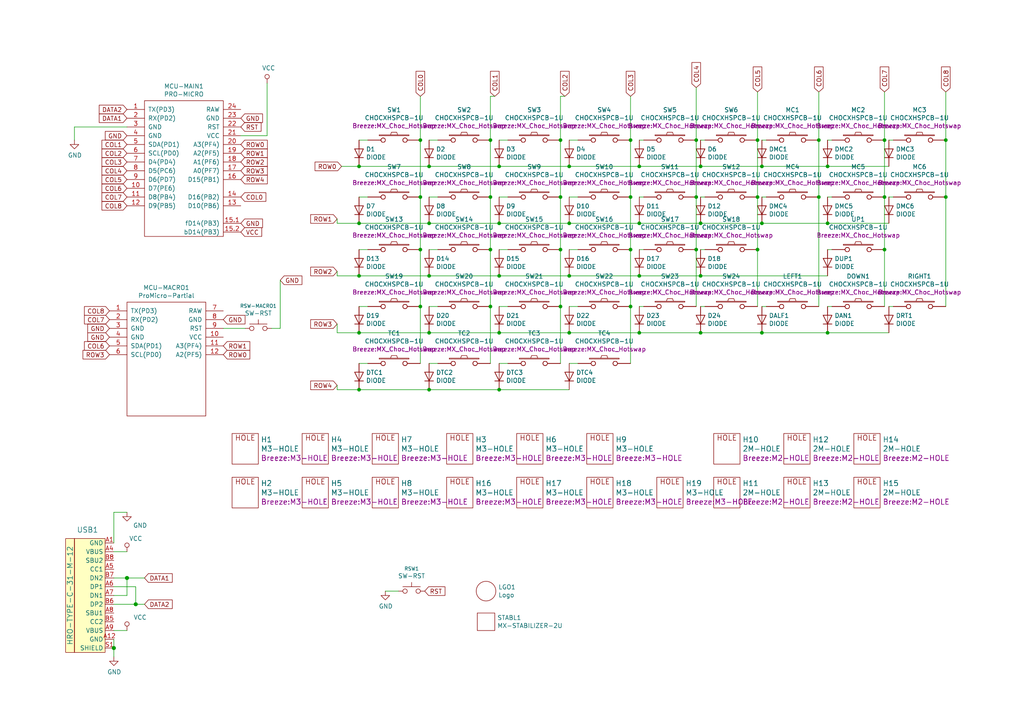
<source format=kicad_sch>
(kicad_sch (version 20230121) (generator eeschema)
  (paper "A4")
  (title_block (title "Breeze") (date "2023-05-21") (rev "Rev1.2") (company "Afternoon Labs LLC"))
  (junction (at 256.54 40.64))
  (junction (at 144.78 113.03))
  (junction (at 256.54 72.39))
  (junction (at 142.24 40.64))
  (junction (at 256.54 57.15))
  (junction (at 219.71 72.39))
  (junction (at 142.24 57.15))
  (junction (at 144.78 96.52))
  (junction (at 240.03 96.52))
  (junction (at 185.42 96.52))
  (junction (at 220.98 48.26))
  (junction (at 144.78 80.01))
  (junction (at 182.88 40.64))
  (junction (at 219.71 40.64))
  (junction (at 36.83 167.64) (diameter 1.016))
  (junction (at 39.37 175.26) (diameter 1.016))
  (junction (at 219.71 57.15))
  (junction (at 165.1 80.01))
  (junction (at 165.1 96.52))
  (junction (at 124.46 113.03))
  (junction (at 274.32 40.64))
  (junction (at 220.98 96.52))
  (junction (at 182.88 88.9))
  (junction (at 121.92 57.15))
  (junction (at 240.03 64.77))
  (junction (at 162.56 72.39))
  (junction (at 201.93 72.39))
  (junction (at 220.98 64.77))
  (junction (at 165.1 64.77))
  (junction (at 142.24 72.39))
  (junction (at 185.42 64.77))
  (junction (at 203.2 80.01))
  (junction (at 124.46 80.01))
  (junction (at 104.14 80.01))
  (junction (at 124.46 96.52))
  (junction (at 203.2 48.26))
  (junction (at 104.14 64.77))
  (junction (at 124.46 64.77))
  (junction (at 165.1 48.26))
  (junction (at 121.92 72.39))
  (junction (at 240.03 48.26))
  (junction (at 203.2 96.52))
  (junction (at 121.92 88.9))
  (junction (at 144.78 64.77))
  (junction (at 182.88 72.39))
  (junction (at 182.88 57.15))
  (junction (at 104.14 48.26))
  (junction (at 203.2 64.77))
  (junction (at 185.42 80.01))
  (junction (at 142.24 88.9))
  (junction (at 33.02 187.96) (diameter 1.016))
  (junction (at 185.42 48.26))
  (junction (at 237.49 40.64))
  (junction (at 144.78 48.26))
  (junction (at 274.32 57.15))
  (junction (at 162.56 88.9))
  (junction (at 104.14 96.52))
  (junction (at 162.56 57.15))
  (junction (at 237.49 57.15))
  (junction (at 201.93 57.15))
  (junction (at 162.56 40.64))
  (junction (at 201.93 40.64))
  (junction (at 124.46 48.26))
  (junction (at 104.14 113.03))
  (junction (at 121.92 40.64))
  (wire (pts (xy 220.98 64.77) (xy 203.2 64.77)))
  (wire (pts (xy 121.92 57.15) (xy 121.92 72.39)))
  (wire (pts (xy 36.83 36.83) (xy 21.59 36.83)))
  (wire (pts (xy 167.64 88.9) (xy 165.1 88.9)))
  (wire (pts (xy 99.06 48.26) (xy 104.14 48.26)))
  (wire (pts (xy 186.69 72.39) (xy 185.42 72.39)))
  (wire (pts (xy 36.83 167.64) (xy 41.91 167.64)))
  (wire (pts (xy 185.42 48.26) (xy 165.1 48.26)))
  (wire (pts (xy 144.78 80.01) (xy 124.46 80.01)))
  (wire (pts (xy 162.56 88.9) (xy 162.56 72.39)))
  (wire (pts (xy 256.54 40.64) (xy 256.54 26.67)))
  (wire (pts (xy 219.71 40.64) (xy 219.71 57.15)))
  (wire (pts (xy 127 57.15) (xy 124.46 57.15)))
  (wire (pts (xy 106.68 72.39) (xy 104.14 72.39)))
  (wire (pts (xy 77.47 24.13) (xy 77.47 39.37)))
  (wire (pts (xy 104.14 64.77) (xy 97.79 64.77)))
  (wire (pts (xy 204.47 88.9) (xy 203.2 88.9)))
  (wire (pts (xy 165.1 113.03) (xy 144.78 113.03)))
  (wire (pts (xy 33.02 170.18) (xy 39.37 170.18)))
  (wire (pts (xy 33.02 172.72) (xy 36.83 172.72)))
  (wire (pts (xy 121.92 40.64) (xy 121.92 27.94)))
  (wire (pts (xy 147.32 105.41) (xy 144.78 105.41)))
  (wire (pts (xy 162.56 40.64) (xy 162.56 57.15)))
  (wire (pts (xy 259.08 40.64) (xy 257.81 40.64)))
  (wire (pts (xy 147.32 57.15) (xy 144.78 57.15)))
  (wire (pts (xy 147.32 40.64) (xy 144.78 40.64)))
  (wire (pts (xy 185.42 96.52) (xy 165.1 96.52)))
  (wire (pts (xy 257.81 64.77) (xy 240.03 64.77)))
  (wire (pts (xy 222.25 88.9) (xy 220.98 88.9)))
  (wire (pts (xy 259.08 88.9) (xy 257.81 88.9)))
  (wire (pts (xy 36.83 172.72) (xy 36.83 167.64)))
  (wire (pts (xy 256.54 72.39) (xy 256.54 88.9)))
  (wire (pts (xy 182.88 40.64) (xy 182.88 57.15)))
  (wire (pts (xy 203.2 64.77) (xy 185.42 64.77)))
  (wire (pts (xy 106.68 57.15) (xy 104.14 57.15)))
  (wire (pts (xy 121.92 88.9) (xy 121.92 105.41)))
  (wire (pts (xy 121.92 40.64) (xy 121.92 57.15)))
  (wire (pts (xy 39.37 175.26) (xy 41.91 175.26)))
  (wire (pts (xy 104.14 96.52) (xy 97.79 96.52)))
  (wire (pts (xy 167.64 40.64) (xy 165.1 40.64)))
  (wire (pts (xy 203.2 96.52) (xy 185.42 96.52)))
  (wire (pts (xy 204.47 72.39) (xy 203.2 72.39)))
  (wire (pts (xy 33.02 185.42) (xy 33.02 187.96)))
  (wire (pts (xy 64.77 95.25) (xy 71.12 95.25)))
  (wire (pts (xy 142.24 57.15) (xy 142.24 40.64)))
  (wire (pts (xy 124.46 80.01) (xy 104.14 80.01)))
  (wire (pts (xy 165.1 96.52) (xy 144.78 96.52)))
  (wire (pts (xy 33.02 187.96) (xy 33.02 190.5)))
  (wire (pts (xy 124.46 96.52) (xy 104.14 96.52)))
  (wire (pts (xy 165.1 72.39) (xy 167.64 72.39)))
  (wire (pts (xy 203.2 80.01) (xy 185.42 80.01)))
  (wire (pts (xy 185.42 80.01) (xy 165.1 80.01)))
  (wire (pts (xy 127 40.64) (xy 124.46 40.64)))
  (wire (pts (xy 106.68 88.9) (xy 104.14 88.9)))
  (wire (pts (xy 257.81 48.26) (xy 240.03 48.26)))
  (wire (pts (xy 81.28 95.25) (xy 78.74 95.25)))
  (wire (pts (xy 165.1 80.01) (xy 144.78 80.01)))
  (wire (pts (xy 219.71 57.15) (xy 219.71 72.39)))
  (wire (pts (xy 220.98 48.26) (xy 203.2 48.26)))
  (wire (pts (xy 144.78 48.26) (xy 124.46 48.26)))
  (wire (pts (xy 142.24 105.41) (xy 142.24 88.9)))
  (wire (pts (xy 203.2 96.52) (xy 220.98 96.52)))
  (wire (pts (xy 142.24 88.9) (xy 142.24 72.39)))
  (wire (pts (xy 162.56 57.15) (xy 162.56 72.39)))
  (wire (pts (xy 222.25 40.64) (xy 220.98 40.64)))
  (wire (pts (xy 201.93 88.9) (xy 201.93 72.39)))
  (wire (pts (xy 124.46 88.9) (xy 127 88.9)))
  (wire (pts (xy 167.64 105.41) (xy 165.1 105.41)))
  (wire (pts (xy 256.54 40.64) (xy 256.54 57.15)))
  (wire (pts (xy 257.81 96.52) (xy 240.03 96.52)))
  (wire (pts (xy 21.59 36.83) (xy 21.59 40.64)))
  (wire (pts (xy 237.49 40.64) (xy 237.49 26.67)))
  (wire (pts (xy 182.88 40.64) (xy 182.88 27.94)))
  (wire (pts (xy 162.56 40.64) (xy 162.56 27.94)))
  (wire (pts (xy 147.32 72.39) (xy 144.78 72.39)))
  (wire (pts (xy 104.14 64.77) (xy 124.46 64.77)))
  (wire (pts (xy 241.3 88.9) (xy 240.03 88.9)))
  (wire (pts (xy 237.49 40.64) (xy 237.49 57.15)))
  (wire (pts (xy 241.3 40.64) (xy 240.03 40.64)))
  (wire (pts (xy 33.02 160.02) (xy 36.83 160.02)))
  (wire (pts (xy 97.79 113.03) (xy 97.79 111.76)))
  (wire (pts (xy 142.24 72.39) (xy 142.24 57.15)))
  (wire (pts (xy 97.79 96.52) (xy 97.79 93.98)))
  (wire (pts (xy 185.42 88.9) (xy 186.69 88.9)))
  (wire (pts (xy 165.1 48.26) (xy 144.78 48.26)))
  (wire (pts (xy 186.69 40.64) (xy 185.42 40.64)))
  (wire (pts (xy 97.79 80.01) (xy 97.79 78.74)))
  (wire (pts (xy 97.79 64.77) (xy 97.79 63.5)))
  (wire (pts (xy 274.32 40.64) (xy 274.32 57.15)))
  (wire (pts (xy 162.56 105.41) (xy 162.56 88.9)))
  (wire (pts (xy 33.02 148.59) (xy 36.83 148.59)))
  (wire (pts (xy 203.2 48.26) (xy 185.42 48.26)))
  (wire (pts (xy 240.03 96.52) (xy 220.98 96.52)))
  (wire (pts (xy 124.46 113.03) (xy 144.78 113.03)))
  (wire (pts (xy 144.78 88.9) (xy 147.32 88.9)))
  (wire (pts (xy 201.93 40.64) (xy 201.93 25.4)))
  (wire (pts (xy 33.02 175.26) (xy 39.37 175.26)))
  (wire (pts (xy 182.88 57.15) (xy 182.88 72.39)))
  (wire (pts (xy 127 72.39) (xy 124.46 72.39)))
  (wire (pts (xy 201.93 57.15) (xy 201.93 72.39)))
  (wire (pts (xy 219.71 40.64) (xy 219.71 26.67)))
  (wire (pts (xy 69.85 39.37) (xy 77.47 39.37)))
  (wire (pts (xy 104.14 48.26) (xy 124.46 48.26)))
  (wire (pts (xy 241.3 72.39) (xy 240.03 72.39)))
  (wire (pts (xy 257.81 57.15) (xy 259.08 57.15)))
  (wire (pts (xy 127 105.41) (xy 124.46 105.41)))
  (wire (pts (xy 185.42 64.77) (xy 165.1 64.77)))
  (wire (pts (xy 201.93 57.15) (xy 201.93 40.64)))
  (wire (pts (xy 104.14 80.01) (xy 97.79 80.01)))
  (wire (pts (xy 220.98 57.15) (xy 222.25 57.15)))
  (wire (pts (xy 204.47 40.64) (xy 203.2 40.64)))
  (wire (pts (xy 144.78 96.52) (xy 124.46 96.52)))
  (wire (pts (xy 104.14 113.03) (xy 124.46 113.03)))
  (wire (pts (xy 186.69 57.15) (xy 185.42 57.15)))
  (wire (pts (xy 167.64 57.15) (xy 165.1 57.15)))
  (wire (pts (xy 142.24 27.94) (xy 143.51 27.94)))
  (wire (pts (xy 203.2 57.15) (xy 204.47 57.15)))
  (wire (pts (xy 121.92 72.39) (xy 121.92 88.9)))
  (wire (pts (xy 182.88 88.9) (xy 182.88 72.39)))
  (wire (pts (xy 162.56 27.94) (xy 163.83 27.94)))
  (wire (pts (xy 240.03 80.01) (xy 203.2 80.01)))
  (wire (pts (xy 274.32 57.15) (xy 274.32 88.9)))
  (wire (pts (xy 219.71 72.39) (xy 219.71 88.9)))
  (wire (pts (xy 240.03 48.26) (xy 220.98 48.26)))
  (wire (pts (xy 182.88 88.9) (xy 182.88 105.41)))
  (wire (pts (xy 256.54 57.15) (xy 256.54 72.39)))
  (wire (pts (xy 39.37 170.18) (xy 39.37 175.26)))
  (wire (pts (xy 240.03 64.77) (xy 220.98 64.77)))
  (wire (pts (xy 81.28 81.28) (xy 81.28 95.25)))
  (wire (pts (xy 241.3 57.15) (xy 240.03 57.15)))
  (wire (pts (xy 104.14 105.41) (xy 106.68 105.41)))
  (wire (pts (xy 33.02 157.48) (xy 33.02 148.59)))
  (wire (pts (xy 124.46 64.77) (xy 144.78 64.77)))
  (wire (pts (xy 237.49 88.9) (xy 237.49 57.15)))
  (wire (pts (xy 115.57 171.45) (xy 111.76 171.45)))
  (wire (pts (xy 165.1 64.77) (xy 144.78 64.77)))
  (wire (pts (xy 274.32 40.64) (xy 274.32 26.67)))
  (wire (pts (xy 33.02 182.88) (xy 36.83 182.88)))
  (wire (pts (xy 33.02 167.64) (xy 36.83 167.64)))
  (wire (pts (xy 104.14 113.03) (xy 97.79 113.03)))
  (wire (pts (xy 106.68 40.64) (xy 104.14 40.64)))
  (wire (pts (xy 142.24 40.64) (xy 142.24 27.94)))
  (global_label "RST" (shape input) (at 123.19 171.45 0) (property "Intersheetrefs" "${INTERSHEET_REFS}" (effects hide)))
  (global_label "DATA2" (shape input) (at 41.91 175.26 0) (property "Intersheetrefs" "${INTERSHEET_REFS}" (effects hide)))
  (global_label "DATA1" (shape input) (at 41.91 167.64 0) (property "Intersheetrefs" "${INTERSHEET_REFS}" (effects hide)))
  (global_label "COL5" (shape input) (at 219.71 26.67 90) (property "Intersheetrefs" "${INTERSHEET_REFS}" (effects hide)))
  (global_label "ROW4" (shape input) (at 97.79 111.76 180) (property "Intersheetrefs" "${INTERSHEET_REFS}" (effects hide)))
  (global_label "ROW4" (shape input) (at 69.85 52.07 0) (property "Intersheetrefs" "${INTERSHEET_REFS}" (effects hide)))
  (global_label "COL8" (shape input) (at 36.83 59.69 180) (property "Intersheetrefs" "${INTERSHEET_REFS}" (effects hide)))
  (global_label "COL2" (shape input) (at 163.83 27.94 90) (property "Intersheetrefs" "${INTERSHEET_REFS}" (effects hide)))
  (global_label "GND" (shape input) (at 81.28 81.28 0) (property "Intersheetrefs" "${INTERSHEET_REFS}" (effects hide)))
  (global_label "ROW2" (shape input) (at 69.85 46.99 0) (property "Intersheetrefs" "${INTERSHEET_REFS}" (effects hide)))
  (global_label "GND" (shape input) (at 69.85 34.29 0) (property "Intersheetrefs" "${INTERSHEET_REFS}" (effects hide)))
  (global_label "COL0" (shape input) (at 69.85 57.15 0) (property "Intersheetrefs" "${INTERSHEET_REFS}" (effects hide)))
  (global_label "ROW3" (shape input) (at 31.75 102.87 180) (property "Intersheetrefs" "${INTERSHEET_REFS}" (effects hide)))
  (global_label "GND" (shape input) (at 69.85 64.77 0) (property "Intersheetrefs" "${INTERSHEET_REFS}" (effects hide)))
  (global_label "ROW0" (shape input) (at 64.77 102.87 0) (property "Intersheetrefs" "${INTERSHEET_REFS}" (effects hide)))
  (global_label "COL8" (shape input) (at 31.75 90.17 180) (property "Intersheetrefs" "${INTERSHEET_REFS}" (effects hide)))
  (global_label "COL6" (shape input) (at 237.49 26.67 90) (property "Intersheetrefs" "${INTERSHEET_REFS}" (effects hide)))
  (global_label "GND" (shape input) (at 31.75 95.25 180) (property "Intersheetrefs" "${INTERSHEET_REFS}" (effects hide)))
  (global_label "COL7" (shape input) (at 36.83 57.15 180) (property "Intersheetrefs" "${INTERSHEET_REFS}" (effects hide)))
  (global_label "GND" (shape input) (at 64.77 92.71 0) (property "Intersheetrefs" "${INTERSHEET_REFS}" (effects hide)))
  (global_label "COL0" (shape input) (at 121.92 27.94 90) (property "Intersheetrefs" "${INTERSHEET_REFS}" (effects hide)))
  (global_label "ROW1" (shape input) (at 69.85 44.45 0) (property "Intersheetrefs" "${INTERSHEET_REFS}" (effects hide)))
  (global_label "COL4" (shape input) (at 201.93 25.4 90) (property "Intersheetrefs" "${INTERSHEET_REFS}" (effects hide)))
  (global_label "ROW0" (shape input) (at 99.06 48.26 180) (property "Intersheetrefs" "${INTERSHEET_REFS}" (effects hide)))
  (global_label "COL4" (shape input) (at 36.83 49.53 180) (property "Intersheetrefs" "${INTERSHEET_REFS}" (effects hide)))
  (global_label "ROW3" (shape input) (at 69.85 49.53 0) (property "Intersheetrefs" "${INTERSHEET_REFS}" (effects hide)))
  (global_label "COL1" (shape input) (at 36.83 41.91 180) (property "Intersheetrefs" "${INTERSHEET_REFS}" (effects hide)))
  (global_label "ROW2" (shape input) (at 97.79 78.74 180) (property "Intersheetrefs" "${INTERSHEET_REFS}" (effects hide)))
  (global_label "GND" (shape input) (at 31.75 97.79 180) (property "Intersheetrefs" "${INTERSHEET_REFS}" (effects hide)))
  (global_label "DATA2" (shape input) (at 36.83 31.75 180) (property "Intersheetrefs" "${INTERSHEET_REFS}" (effects hide)))
  (global_label "GND" (shape input) (at 36.83 39.37 180) (property "Intersheetrefs" "${INTERSHEET_REFS}" (effects hide)))
  (global_label "COL6" (shape input) (at 36.83 54.61 180) (property "Intersheetrefs" "${INTERSHEET_REFS}" (effects hide)))
  (global_label "ROW1" (shape input) (at 97.79 63.5 180) (property "Intersheetrefs" "${INTERSHEET_REFS}" (effects hide)))
  (global_label "VCC" (shape input) (at 69.85 67.31 0) (property "Intersheetrefs" "${INTERSHEET_REFS}" (effects hide)))
  (global_label "ROW1" (shape input) (at 64.77 100.33 0) (property "Intersheetrefs" "${INTERSHEET_REFS}" (effects hide)))
  (global_label "COL1" (shape input) (at 143.51 27.94 90) (property "Intersheetrefs" "${INTERSHEET_REFS}" (effects hide)))
  (global_label "COL8" (shape input) (at 274.32 26.67 90) (property "Intersheetrefs" "${INTERSHEET_REFS}" (effects hide)))
  (global_label "COL7" (shape input) (at 256.54 26.67 90) (property "Intersheetrefs" "${INTERSHEET_REFS}" (effects hide)))
  (global_label "COL6" (shape input) (at 31.75 100.33 180) (property "Intersheetrefs" "${INTERSHEET_REFS}" (effects hide)))
  (global_label "COL3" (shape input) (at 36.83 46.99 180) (property "Intersheetrefs" "${INTERSHEET_REFS}" (effects hide)))
  (global_label "COL3" (shape input) (at 182.88 27.94 90) (property "Intersheetrefs" "${INTERSHEET_REFS}" (effects hide)))
  (global_label "COL7" (shape input) (at 31.75 92.71 180) (property "Intersheetrefs" "${INTERSHEET_REFS}" (effects hide)))
  (global_label "ROW0" (shape input) (at 69.85 41.91 0) (property "Intersheetrefs" "${INTERSHEET_REFS}" (effects hide)))
  (global_label "RST" (shape input) (at 69.85 36.83 0) (property "Intersheetrefs" "${INTERSHEET_REFS}" (effects hide)))
  (global_label "COL2" (shape input) (at 36.83 44.45 180) (property "Intersheetrefs" "${INTERSHEET_REFS}" (effects hide)))
  (global_label "DATA1" (shape input) (at 36.83 34.29 180) (property "Intersheetrefs" "${INTERSHEET_REFS}" (effects hide)))
  (global_label "COL5" (shape input) (at 36.83 52.07 180) (property "Intersheetrefs" "${INTERSHEET_REFS}" (effects hide)))
  (global_label "ROW3" (shape input) (at 97.79 93.98 180) (property "Intersheetrefs" "${INTERSHEET_REFS}" (effects hide)))
  (symbol (lib_id "Breeze-rescue:ProMicro-Merkaba_Rev0-rescue-Breeze-rescue") (at 53.34 45.72 0) (unit 1)
    (property "Reference" "MCU-MAIN1" (at 53.34 25.019 0))
    (property "Value" "PRO-MICRO" (at 53.34 27.3304 0))
    (property "Footprint" "Breeze:ProMicro" (effects hide))
  )
  (symbol (lib_id "Breeze-rescue:GND-power-Merkaba_Rev0-rescue-Breeze-rescue") (at 21.59 40.64 0) (unit 1)
    (property "Reference" "#PWR0101" (effects hide))
    (property "Value" "GND-power" (at 21.717 45.0342 0))
  )
  (symbol (lib_id "Breeze-rescue:VCC-power-Merkaba_Rev0-rescue-Breeze-rescue") (at 77.47 24.13 0) (unit 1)
    (property "Reference" "#PWR0102" (effects hide))
    (property "Value" "VCC-power" (at 77.9018 19.7358 0))
  )
  (symbol (lib_id "Breeze-rescue:SW_RST-Lily58-cache-Merkaba_Rev0-rescue-Breeze-rescue") (at 119.38 171.45 0) (unit 1)
    (property "Reference" "RSW1" (at 119.38 164.9476 0) (effects (font (size 1.016 1.016))))
    (property "Value" "SW-RST" (at 119.38 167.0558 0))
    (property "Footprint" "Button_Switch_SMD:SW_SPST_TL3342" (effects hide))
  )
  (symbol (lib_id "Breeze-rescue:GND-power-Merkaba_Rev0-rescue-Breeze-rescue") (at 111.76 171.45 0) (unit 1)
    (property "Reference" "#PWR0103" (effects hide))
    (property "Value" "GND-power" (at 111.887 175.8442 0))
  )
  (symbol (lib_id "Breeze-rescue:CHOCXHSPCB-1U-cache-Merkaba_Rev0-rescue-Breeze-rescue") (at 114.3 40.64 0) (unit 1)
    (property "Reference" "SW1" (at 114.3 31.877 0))
    (property "Value" "CHOCXHSPCB-1U" (at 114.3 34.1884 0))
    (property "Footprint" "Breeze:MX_Choc_Hotswap" (at 114.3 36.4998 0))
  )
  (symbol (lib_id "Breeze-rescue:CHOCXHSPCB-1U-cache-Merkaba_Rev0-rescue-Breeze-rescue") (at 134.62 40.64 0) (unit 1)
    (property "Reference" "SW2" (at 134.62 31.877 0))
    (property "Value" "CHOCXHSPCB-1U" (at 134.62 34.1884 0))
    (property "Footprint" "Breeze:MX_Choc_Hotswap" (at 134.62 36.4998 0))
  )
  (symbol (lib_id "Breeze-rescue:CHOCXHSPCB-1U-cache-Merkaba_Rev0-rescue-Breeze-rescue") (at 154.94 40.64 0) (unit 1)
    (property "Reference" "SW3" (at 154.94 31.877 0))
    (property "Value" "CHOCXHSPCB-1U" (at 154.94 34.1884 0))
    (property "Footprint" "Breeze:MX_Choc_Hotswap" (at 154.94 36.4998 0))
  )
  (symbol (lib_id "Breeze-rescue:CHOCXHSPCB-1U-cache-Merkaba_Rev0-rescue-Breeze-rescue") (at 175.26 40.64 0) (unit 1)
    (property "Reference" "SW4" (at 175.26 31.877 0))
    (property "Value" "CHOCXHSPCB-1U" (at 175.26 34.1884 0))
    (property "Footprint" "Breeze:MX_Choc_Hotswap" (at 175.26 36.4998 0))
  )
  (symbol (lib_id "Breeze-rescue:CHOCXHSPCB-1U-cache-Merkaba_Rev0-rescue-Breeze-rescue") (at 194.31 40.64 0) (unit 1)
    (property "Reference" "SW5" (at 194.31 31.877 0))
    (property "Value" "CHOCXHSPCB-1U" (at 194.31 34.1884 0))
    (property "Footprint" "Breeze:MX_Choc_Hotswap" (at 194.31 36.4998 0))
  )
  (symbol (lib_id "Breeze-rescue:CHOCXHSPCB-1U-cache-Merkaba_Rev0-rescue-Breeze-rescue") (at 212.09 40.64 0) (unit 1)
    (property "Reference" "SW6" (at 212.09 31.877 0))
    (property "Value" "CHOCXHSPCB-1U" (at 212.09 34.1884 0))
    (property "Footprint" "Breeze:MX_Choc_Hotswap" (at 212.09 36.4998 0))
  )
  (symbol (lib_id "Breeze-rescue:CHOCXHSPCB-1U-cache-Merkaba_Rev0-rescue-Breeze-rescue") (at 229.87 40.64 0) (unit 1)
    (property "Reference" "MC1" (at 229.87 31.877 0))
    (property "Value" "CHOCXHSPCB-1U" (at 229.87 34.1884 0))
    (property "Footprint" "Breeze:MX_Choc_Hotswap" (at 229.87 36.4998 0))
  )
  (symbol (lib_id "Breeze-rescue:CHOCXHSPCB-1U-cache-Merkaba_Rev0-rescue-Breeze-rescue") (at 248.92 40.64 0) (unit 1)
    (property "Reference" "MC2" (at 248.92 31.877 0))
    (property "Value" "CHOCXHSPCB-1U" (at 248.92 34.1884 0))
    (property "Footprint" "Breeze:MX_Choc_Hotswap" (at 248.92 36.4998 0))
  )
  (symbol (lib_id "Breeze-rescue:CHOCXHSPCB-1U-cache-Merkaba_Rev0-rescue-Breeze-rescue") (at 266.7 40.64 0) (unit 1)
    (property "Reference" "MC3" (at 266.7 31.877 0))
    (property "Value" "CHOCXHSPCB-1U" (at 266.7 34.1884 0))
    (property "Footprint" "Breeze:MX_Choc_Hotswap" (at 266.7 36.4998 0))
  )
  (symbol (lib_id "Breeze-rescue:CHOCXHSPCB-1U-cache-Merkaba_Rev0-rescue-Breeze-rescue") (at 114.3 57.15 0) (unit 1)
    (property "Reference" "SW7" (at 114.3 48.387 0))
    (property "Value" "CHOCXHSPCB-1U" (at 114.3 50.6984 0))
    (property "Footprint" "Breeze:MX_Choc_Hotswap" (at 114.3 53.0098 0))
  )
  (symbol (lib_id "Breeze-rescue:CHOCXHSPCB-1U-cache-Merkaba_Rev0-rescue-Breeze-rescue") (at 134.62 57.15 0) (unit 1)
    (property "Reference" "SW8" (at 134.62 48.387 0))
    (property "Value" "CHOCXHSPCB-1U" (at 134.62 50.6984 0))
    (property "Footprint" "Breeze:MX_Choc_Hotswap" (at 134.62 53.0098 0))
  )
  (symbol (lib_id "Breeze-rescue:CHOCXHSPCB-1U-cache-Merkaba_Rev0-rescue-Breeze-rescue") (at 154.94 57.15 0) (unit 1)
    (property "Reference" "SW9" (at 154.94 48.387 0))
    (property "Value" "CHOCXHSPCB-1U" (at 154.94 50.6984 0))
    (property "Footprint" "Breeze:MX_Choc_Hotswap" (at 154.94 53.0098 0))
  )
  (symbol (lib_id "Breeze-rescue:CHOCXHSPCB-1U-cache-Merkaba_Rev0-rescue-Breeze-rescue") (at 175.26 57.15 0) (unit 1)
    (property "Reference" "SW10" (at 175.26 48.387 0))
    (property "Value" "CHOCXHSPCB-1U" (at 175.26 50.6984 0))
    (property "Footprint" "Breeze:MX_Choc_Hotswap" (at 175.26 53.0098 0))
  )
  (symbol (lib_id "Breeze-rescue:CHOCXHSPCB-1U-cache-Merkaba_Rev0-rescue-Breeze-rescue") (at 194.31 57.15 0) (unit 1)
    (property "Reference" "SW11" (at 194.31 48.387 0))
    (property "Value" "CHOCXHSPCB-1U" (at 194.31 50.6984 0))
    (property "Footprint" "Breeze:MX_Choc_Hotswap" (at 194.31 53.0098 0))
  )
  (symbol (lib_id "Breeze-rescue:CHOCXHSPCB-1U-cache-Merkaba_Rev0-rescue-Breeze-rescue") (at 212.09 57.15 0) (unit 1)
    (property "Reference" "SW12" (at 212.09 48.387 0))
    (property "Value" "CHOCXHSPCB-1U" (at 212.09 50.6984 0))
    (property "Footprint" "Breeze:MX_Choc_Hotswap" (at 212.09 53.0098 0))
  )
  (symbol (lib_id "Breeze-rescue:CHOCXHSPCB-1U-cache-Merkaba_Rev0-rescue-Breeze-rescue") (at 229.87 57.15 0) (unit 1)
    (property "Reference" "MC4" (at 229.87 48.387 0))
    (property "Value" "CHOCXHSPCB-1U" (at 229.87 50.6984 0))
    (property "Footprint" "Breeze:MX_Choc_Hotswap" (at 229.87 53.0098 0))
  )
  (symbol (lib_id "Breeze-rescue:CHOCXHSPCB-1U-cache-Merkaba_Rev0-rescue-Breeze-rescue") (at 248.92 57.15 0) (unit 1)
    (property "Reference" "MC5" (at 248.92 48.387 0))
    (property "Value" "CHOCXHSPCB-1U" (at 248.92 50.6984 0))
    (property "Footprint" "Breeze:MX_Choc_Hotswap" (at 248.92 53.0098 0))
  )
  (symbol (lib_id "Breeze-rescue:CHOCXHSPCB-1U-cache-Merkaba_Rev0-rescue-Breeze-rescue") (at 266.7 57.15 0) (unit 1)
    (property "Reference" "MC6" (at 266.7 48.387 0))
    (property "Value" "CHOCXHSPCB-1U" (at 266.7 50.6984 0))
    (property "Footprint" "Breeze:MX_Choc_Hotswap" (at 266.7 53.0098 0))
  )
  (symbol (lib_id "Breeze-rescue:CHOCXHSPCB-1U-cache-Merkaba_Rev0-rescue-Breeze-rescue") (at 114.3 72.39 0) (unit 1)
    (property "Reference" "SW13" (at 114.3 63.627 0))
    (property "Value" "CHOCXHSPCB-1U" (at 114.3 65.9384 0))
    (property "Footprint" "Breeze:MX_Choc_Hotswap" (at 114.3 68.2498 0))
  )
  (symbol (lib_id "Breeze-rescue:CHOCXHSPCB-1U-cache-Merkaba_Rev0-rescue-Breeze-rescue") (at 134.62 72.39 0) (unit 1)
    (property "Reference" "SW14" (at 134.62 63.627 0))
    (property "Value" "CHOCXHSPCB-1U" (at 134.62 65.9384 0))
    (property "Footprint" "Breeze:MX_Choc_Hotswap" (at 134.62 68.2498 0))
  )
  (symbol (lib_id "Breeze-rescue:CHOCXHSPCB-1U-cache-Merkaba_Rev0-rescue-Breeze-rescue") (at 154.94 72.39 0) (unit 1)
    (property "Reference" "SW15" (at 154.94 63.627 0))
    (property "Value" "CHOCXHSPCB-1U" (at 154.94 65.9384 0))
    (property "Footprint" "Breeze:MX_Choc_Hotswap" (at 154.94 68.2498 0))
  )
  (symbol (lib_id "Breeze-rescue:CHOCXHSPCB-1U-cache-Merkaba_Rev0-rescue-Breeze-rescue") (at 175.26 72.39 0) (unit 1)
    (property "Reference" "SW16" (at 175.26 63.627 0))
    (property "Value" "CHOCXHSPCB-1U" (at 175.26 65.9384 0))
    (property "Footprint" "Breeze:MX_Choc_Hotswap" (at 175.26 68.2498 0))
  )
  (symbol (lib_id "Breeze-rescue:CHOCXHSPCB-1U-cache-Merkaba_Rev0-rescue-Breeze-rescue") (at 194.31 72.39 0) (unit 1)
    (property "Reference" "SW17" (at 194.31 63.627 0))
    (property "Value" "CHOCXHSPCB-1U" (at 194.31 65.9384 0))
    (property "Footprint" "Breeze:MX_Choc_Hotswap" (at 194.31 68.2498 0))
  )
  (symbol (lib_id "Breeze-rescue:CHOCXHSPCB-1U-cache-Merkaba_Rev0-rescue-Breeze-rescue") (at 212.09 72.39 0) (unit 1)
    (property "Reference" "SW18" (at 212.09 63.627 0))
    (property "Value" "CHOCXHSPCB-1U" (at 212.09 65.9384 0))
    (property "Footprint" "Breeze:MX_Choc_Hotswap" (at 212.09 68.2498 0))
  )
  (symbol (lib_id "Breeze-rescue:CHOCXHSPCB-1U-cache-Merkaba_Rev0-rescue-Breeze-rescue") (at 248.92 72.39 0) (unit 1)
    (property "Reference" "UP1" (at 248.92 63.627 0))
    (property "Value" "CHOCXHSPCB-1U" (at 248.92 65.9384 0))
    (property "Footprint" "Breeze:MX_Choc_Hotswap" (at 248.92 68.2498 0))
  )
  (symbol (lib_id "Breeze-rescue:CHOCXHSPCB-1U-cache-Merkaba_Rev0-rescue-Breeze-rescue") (at 114.3 88.9 0) (unit 1)
    (property "Reference" "SW19" (at 114.3 80.137 0))
    (property "Value" "CHOCXHSPCB-1U" (at 114.3 82.4484 0))
    (property "Footprint" "Breeze:MX_Choc_Hotswap" (at 114.3 84.7598 0))
  )
  (symbol (lib_id "Breeze-rescue:CHOCXHSPCB-1U-cache-Merkaba_Rev0-rescue-Breeze-rescue") (at 134.62 88.9 0) (unit 1)
    (property "Reference" "SW20" (at 134.62 80.137 0))
    (property "Value" "CHOCXHSPCB-1U" (at 134.62 82.4484 0))
    (property "Footprint" "Breeze:MX_Choc_Hotswap" (at 134.62 84.7598 0))
  )
  (symbol (lib_id "Breeze-rescue:CHOCXHSPCB-1U-cache-Merkaba_Rev0-rescue-Breeze-rescue") (at 154.94 88.9 0) (unit 1)
    (property "Reference" "SW21" (at 154.94 80.137 0))
    (property "Value" "CHOCXHSPCB-1U" (at 154.94 82.4484 0))
    (property "Footprint" "Breeze:MX_Choc_Hotswap" (at 154.94 84.7598 0))
  )
  (symbol (lib_id "Breeze-rescue:CHOCXHSPCB-1U-cache-Merkaba_Rev0-rescue-Breeze-rescue") (at 175.26 88.9 0) (unit 1)
    (property "Reference" "SW22" (at 175.26 80.137 0))
    (property "Value" "CHOCXHSPCB-1U" (at 175.26 82.4484 0))
    (property "Footprint" "Breeze:MX_Choc_Hotswap" (at 175.26 84.7598 0))
  )
  (symbol (lib_id "Breeze-rescue:CHOCXHSPCB-1U-cache-Merkaba_Rev0-rescue-Breeze-rescue") (at 194.31 88.9 0) (unit 1)
    (property "Reference" "SW23" (at 194.31 80.137 0))
    (property "Value" "CHOCXHSPCB-1U" (at 194.31 82.4484 0))
    (property "Footprint" "Breeze:MX_Choc_Hotswap" (at 194.31 84.7598 0))
  )
  (symbol (lib_id "Breeze-rescue:CHOCXHSPCB-1U-cache-Merkaba_Rev0-rescue-Breeze-rescue") (at 212.09 88.9 0) (unit 1)
    (property "Reference" "SW24" (at 212.09 80.137 0))
    (property "Value" "CHOCXHSPCB-1U" (at 212.09 82.4484 0))
    (property "Footprint" "Breeze:MX_Choc_Hotswap" (at 212.09 84.7598 0))
  )
  (symbol (lib_id "Breeze-rescue:CHOCXHSPCB-1U-cache-Merkaba_Rev0-rescue-Breeze-rescue") (at 229.87 88.9 0) (unit 1)
    (property "Reference" "LEFT1" (at 229.87 80.137 0))
    (property "Value" "CHOCXHSPCB-1U" (at 229.87 82.4484 0))
    (property "Footprint" "Breeze:MX_Choc_Hotswap" (at 229.87 84.7598 0))
  )
  (symbol (lib_id "Breeze-rescue:CHOCXHSPCB-1U-cache-Merkaba_Rev0-rescue-Breeze-rescue") (at 248.92 88.9 0) (unit 1)
    (property "Reference" "DOWN1" (at 248.92 80.137 0))
    (property "Value" "CHOCXHSPCB-1U" (at 248.92 82.4484 0))
    (property "Footprint" "Breeze:MX_Choc_Hotswap" (at 248.92 84.7598 0))
  )
  (symbol (lib_id "Breeze-rescue:CHOCXHSPCB-1U-cache-Merkaba_Rev0-rescue-Breeze-rescue") (at 266.7 88.9 0) (unit 1)
    (property "Reference" "RIGHT1" (at 266.7 80.137 0))
    (property "Value" "CHOCXHSPCB-1U" (at 266.7 82.4484 0))
    (property "Footprint" "Breeze:MX_Choc_Hotswap" (at 266.7 84.7598 0))
  )
  (symbol (lib_id "Breeze-rescue:CHOCXHSPCB-1U-cache-Merkaba_Rev0-rescue-Breeze-rescue") (at 114.3 105.41 0) (unit 1)
    (property "Reference" "TC1" (at 114.3 96.647 0))
    (property "Value" "CHOCXHSPCB-1U" (at 114.3 98.9584 0))
    (property "Footprint" "Breeze:MX_Choc_Hotswap" (at 114.3 101.2698 0))
  )
  (symbol (lib_id "Breeze-rescue:CHOCXHSPCB-1U-cache-Merkaba_Rev0-rescue-Breeze-rescue") (at 134.62 105.41 0) (unit 1)
    (property "Reference" "TC2" (at 134.62 96.647 0))
    (property "Value" "CHOCXHSPCB-1U" (at 134.62 98.9584 0))
    (property "Footprint" "Breeze:MX_Choc_Hotswap" (at 134.62 101.2698 0))
  )
  (symbol (lib_id "Breeze-rescue:CHOCXHSPCB-1U-cache-Merkaba_Rev0-rescue-Breeze-rescue") (at 154.94 105.41 0) (unit 1)
    (property "Reference" "TC3" (at 154.94 96.647 0))
    (property "Value" "CHOCXHSPCB-1U" (at 154.94 98.9584 0))
    (property "Footprint" "Breeze:MX_Choc_Hotswap" (at 154.94 101.2698 0))
  )
  (symbol (lib_id "Breeze-rescue:CHOCXHSPCB-1U-cache-Merkaba_Rev0-rescue-Breeze-rescue") (at 175.26 105.41 0) (unit 1)
    (property "Reference" "TC4" (at 175.26 96.647 0))
    (property "Value" "CHOCXHSPCB-1U" (at 175.26 98.9584 0))
    (property "Footprint" "Breeze:MX_Choc_Hotswap" (at 175.26 101.2698 0))
  )
  (symbol (lib_id "Breeze-rescue:ProMicro-Partial2-Merkaba_Rev0-rescue-Breeze-rescue") (at 48.26 104.14 0) (unit 1)
    (property "Reference" "MCU-MACRO1" (at 48.26 83.439 0))
    (property "Value" "ProMicro-Partial" (at 48.26 85.7504 0))
    (property "Footprint" "Breeze:PROMICRO-PARTIAL2" (effects hide))
  )
  (symbol (lib_id "Breeze-rescue:Diode-cache-Merkaba_Rev0-rescue-Breeze-rescue") (at 104.14 44.45 90) (unit 1)
    (property "Reference" "D1" (at 106.1466 43.2816 90) (effects (justify right)))
    (property "Value" "DIODE" (at 106.1466 45.593 90) (effects (justify right)))
    (property "Footprint" "Breeze:SOD-123FL" (effects hide))
    (property "LCSC" "C64898" (effects hide))
  )
  (symbol (lib_id "Breeze-rescue:Diode-cache-Merkaba_Rev0-rescue-Breeze-rescue") (at 124.46 44.45 90) (unit 1)
    (property "Reference" "D2" (at 126.4666 43.2816 90) (effects (justify right)))
    (property "Value" "DIODE" (at 126.4666 45.593 90) (effects (justify right)))
    (property "Footprint" "Breeze:SOD-123FL" (effects hide))
    (property "LCSC" "C64898" (effects hide))
  )
  (symbol (lib_id "Breeze-rescue:Diode-cache-Merkaba_Rev0-rescue-Breeze-rescue") (at 144.78 44.45 90) (unit 1)
    (property "Reference" "D3" (at 146.7866 43.2816 90) (effects (justify right)))
    (property "Value" "DIODE" (at 146.7866 45.593 90) (effects (justify right)))
    (property "Footprint" "Breeze:SOD-123FL" (effects hide))
    (property "LCSC" "C64898" (effects hide))
  )
  (symbol (lib_id "Breeze-rescue:Diode-cache-Merkaba_Rev0-rescue-Breeze-rescue") (at 165.1 44.45 90) (unit 1)
    (property "Reference" "D4" (at 167.1066 43.2816 90) (effects (justify right)))
    (property "Value" "DIODE" (at 167.1066 45.593 90) (effects (justify right)))
    (property "Footprint" "Breeze:SOD-123FL" (effects hide))
    (property "LCSC" "C64898" (effects hide))
  )
  (symbol (lib_id "Breeze-rescue:Diode-cache-Merkaba_Rev0-rescue-Breeze-rescue") (at 185.42 44.45 90) (unit 1)
    (property "Reference" "D5" (at 187.4266 43.2816 90) (effects (justify right)))
    (property "Value" "DIODE" (at 187.4266 45.593 90) (effects (justify right)))
    (property "Footprint" "Breeze:SOD-123FL" (effects hide))
    (property "LCSC" "C64898" (effects hide))
  )
  (symbol (lib_id "Breeze-rescue:Diode-cache-Merkaba_Rev0-rescue-Breeze-rescue") (at 220.98 44.45 90) (unit 1)
    (property "Reference" "DMC1" (at 222.9866 43.2816 90) (effects (justify right)))
    (property "Value" "DIODE" (at 222.9866 45.593 90) (effects (justify right)))
    (property "Footprint" "Breeze:SOD-123FL" (effects hide))
    (property "LCSC" "C64898" (effects hide))
  )
  (symbol (lib_id "Breeze-rescue:Diode-cache-Merkaba_Rev0-rescue-Breeze-rescue") (at 240.03 44.45 90) (unit 1)
    (property "Reference" "DMC2" (at 242.0366 43.2816 90) (effects (justify right)))
    (property "Value" "DIODE" (at 242.0366 45.593 90) (effects (justify right)))
    (property "Footprint" "Breeze:SOD-123FL" (effects hide))
    (property "LCSC" "C64898" (effects hide))
  )
  (symbol (lib_id "Breeze-rescue:Diode-cache-Merkaba_Rev0-rescue-Breeze-rescue") (at 203.2 44.45 90) (unit 1)
    (property "Reference" "D6" (at 205.2066 43.2816 90) (effects (justify right)))
    (property "Value" "DIODE" (at 205.2066 45.593 90) (effects (justify right)))
    (property "Footprint" "Breeze:SOD-123FL" (effects hide))
    (property "LCSC" "C64898" (effects hide))
  )
  (symbol (lib_id "Breeze-rescue:Diode-cache-Merkaba_Rev0-rescue-Breeze-rescue") (at 257.81 44.45 90) (unit 1)
    (property "Reference" "DMC3" (at 259.8166 43.2816 90) (effects (justify right)))
    (property "Value" "DIODE" (at 259.8166 45.593 90) (effects (justify right)))
    (property "Footprint" "Breeze:SOD-123FL" (effects hide))
    (property "LCSC" "C64898" (effects hide))
  )
  (symbol (lib_id "Breeze-rescue:SW_RST-Lily58-cache-Merkaba_Rev0-rescue-Breeze-rescue") (at 74.93 95.25 0) (unit 1)
    (property "Reference" "RSW-MACRO1" (at 74.93 88.7476 0) (effects (font (size 1.016 1.016))))
    (property "Value" "SW-RST" (at 74.93 90.8558 0))
    (property "Footprint" "Breeze:TACT_SWITCH_TVBP06" (effects hide))
  )
  (symbol (lib_id "Breeze-rescue:Diode-cache-Merkaba_Rev0-rescue-Breeze-rescue") (at 104.14 60.96 90) (unit 1)
    (property "Reference" "D7" (at 106.1466 59.7916 90) (effects (justify right)))
    (property "Value" "DIODE" (at 106.1466 62.103 90) (effects (justify right)))
    (property "Footprint" "Breeze:SOD-123FL" (effects hide))
    (property "LCSC" "C64898" (effects hide))
  )
  (symbol (lib_id "Breeze-rescue:Diode-cache-Merkaba_Rev0-rescue-Breeze-rescue") (at 124.46 60.96 90) (unit 1)
    (property "Reference" "D8" (at 126.4666 59.7916 90) (effects (justify right)))
    (property "Value" "DIODE" (at 126.4666 62.103 90) (effects (justify right)))
    (property "Footprint" "Breeze:SOD-123FL" (effects hide))
    (property "LCSC" "C64898" (effects hide))
  )
  (symbol (lib_id "Breeze-rescue:Diode-cache-Merkaba_Rev0-rescue-Breeze-rescue") (at 144.78 60.96 90) (unit 1)
    (property "Reference" "D9" (at 146.7866 59.7916 90) (effects (justify right)))
    (property "Value" "DIODE" (at 146.7866 62.103 90) (effects (justify right)))
    (property "Footprint" "Breeze:SOD-123FL" (effects hide))
    (property "LCSC" "C64898" (effects hide))
  )
  (symbol (lib_id "Breeze-rescue:Diode-cache-Merkaba_Rev0-rescue-Breeze-rescue") (at 165.1 60.96 90) (unit 1)
    (property "Reference" "D10" (at 167.1066 59.7916 90) (effects (justify right)))
    (property "Value" "DIODE" (at 167.1066 62.103 90) (effects (justify right)))
    (property "Footprint" "Breeze:SOD-123FL" (effects hide))
    (property "LCSC" "C64898" (effects hide))
  )
  (symbol (lib_id "Breeze-rescue:Diode-cache-Merkaba_Rev0-rescue-Breeze-rescue") (at 185.42 60.96 90) (unit 1)
    (property "Reference" "D11" (at 187.4266 59.7916 90) (effects (justify right)))
    (property "Value" "DIODE" (at 187.4266 62.103 90) (effects (justify right)))
    (property "Footprint" "Breeze:SOD-123FL" (effects hide))
    (property "LCSC" "C64898" (effects hide))
  )
  (symbol (lib_id "Breeze-rescue:Diode-cache-Merkaba_Rev0-rescue-Breeze-rescue") (at 220.98 60.96 90) (unit 1)
    (property "Reference" "DMC4" (at 222.9866 59.7916 90) (effects (justify right)))
    (property "Value" "DIODE" (at 222.9866 62.103 90) (effects (justify right)))
    (property "Footprint" "Breeze:SOD-123FL" (effects hide))
    (property "LCSC" "C64898" (effects hide))
  )
  (symbol (lib_id "Breeze-rescue:Diode-cache-Merkaba_Rev0-rescue-Breeze-rescue") (at 240.03 60.96 90) (unit 1)
    (property "Reference" "DMC5" (at 242.0366 59.7916 90) (effects (justify right)))
    (property "Value" "DIODE" (at 242.0366 62.103 90) (effects (justify right)))
    (property "Footprint" "Breeze:SOD-123FL" (effects hide))
    (property "LCSC" "C64898" (effects hide))
  )
  (symbol (lib_id "Breeze-rescue:Diode-cache-Merkaba_Rev0-rescue-Breeze-rescue") (at 203.2 60.96 90) (unit 1)
    (property "Reference" "D12" (at 205.2066 59.7916 90) (effects (justify right)))
    (property "Value" "DIODE" (at 205.2066 62.103 90) (effects (justify right)))
    (property "Footprint" "Breeze:SOD-123FL" (effects hide))
    (property "LCSC" "C64898" (effects hide))
  )
  (symbol (lib_id "Breeze-rescue:Diode-cache-Merkaba_Rev0-rescue-Breeze-rescue") (at 257.81 60.96 90) (unit 1)
    (property "Reference" "DMC6" (at 259.8166 59.7916 90) (effects (justify right)))
    (property "Value" "DIODE" (at 259.8166 62.103 90) (effects (justify right)))
    (property "Footprint" "Breeze:SOD-123FL" (effects hide))
    (property "LCSC" "C64898" (effects hide))
  )
  (symbol (lib_id "Breeze-rescue:Diode-cache-Merkaba_Rev0-rescue-Breeze-rescue") (at 104.14 76.2 90) (unit 1)
    (property "Reference" "D13" (at 106.1466 75.0316 90) (effects (justify right)))
    (property "Value" "DIODE" (at 106.1466 77.343 90) (effects (justify right)))
    (property "Footprint" "Breeze:SOD-123FL" (effects hide))
    (property "LCSC" "C64898" (effects hide))
  )
  (symbol (lib_id "Breeze-rescue:Diode-cache-Merkaba_Rev0-rescue-Breeze-rescue") (at 124.46 76.2 90) (unit 1)
    (property "Reference" "D14" (at 126.4666 75.0316 90) (effects (justify right)))
    (property "Value" "DIODE" (at 126.4666 77.343 90) (effects (justify right)))
    (property "Footprint" "Breeze:SOD-123FL" (effects hide))
    (property "LCSC" "C64898" (effects hide))
  )
  (symbol (lib_id "Breeze-rescue:Diode-cache-Merkaba_Rev0-rescue-Breeze-rescue") (at 144.78 76.2 90) (unit 1)
    (property "Reference" "D15" (at 146.7866 75.0316 90) (effects (justify right)))
    (property "Value" "DIODE" (at 146.7866 77.343 90) (effects (justify right)))
    (property "Footprint" "Breeze:SOD-123FL" (effects hide))
    (property "LCSC" "C64898" (effects hide))
  )
  (symbol (lib_id "Breeze-rescue:Diode-cache-Merkaba_Rev0-rescue-Breeze-rescue") (at 165.1 76.2 90) (unit 1)
    (property "Reference" "D16" (at 167.1066 75.0316 90) (effects (justify right)))
    (property "Value" "DIODE" (at 167.1066 77.343 90) (effects (justify right)))
    (property "Footprint" "Breeze:SOD-123FL" (effects hide))
    (property "LCSC" "C64898" (effects hide))
  )
  (symbol (lib_id "Breeze-rescue:Diode-cache-Merkaba_Rev0-rescue-Breeze-rescue") (at 185.42 76.2 90) (unit 1)
    (property "Reference" "D17" (at 187.4266 75.0316 90) (effects (justify right)))
    (property "Value" "DIODE" (at 187.4266 77.343 90) (effects (justify right)))
    (property "Footprint" "Breeze:SOD-123FL" (effects hide))
    (property "LCSC" "C64898" (effects hide))
  )
  (symbol (lib_id "Breeze-rescue:Diode-cache-Merkaba_Rev0-rescue-Breeze-rescue") (at 240.03 76.2 90) (unit 1)
    (property "Reference" "DUP1" (at 242.0366 75.0316 90) (effects (justify right)))
    (property "Value" "DIODE" (at 242.0366 77.343 90) (effects (justify right)))
    (property "Footprint" "Breeze:SOD-123FL" (effects hide))
    (property "LCSC" "C64898" (effects hide))
  )
  (symbol (lib_id "Breeze-rescue:Diode-cache-Merkaba_Rev0-rescue-Breeze-rescue") (at 203.2 76.2 90) (unit 1)
    (property "Reference" "D18" (at 205.2066 75.0316 90) (effects (justify right)))
    (property "Value" "DIODE" (at 205.2066 77.343 90) (effects (justify right)))
    (property "Footprint" "Breeze:SOD-123FL" (effects hide))
    (property "LCSC" "C64898" (effects hide))
  )
  (symbol (lib_id "Breeze-rescue:Diode-cache-Merkaba_Rev0-rescue-Breeze-rescue") (at 104.14 92.71 90) (unit 1)
    (property "Reference" "D19" (at 106.1466 91.5416 90) (effects (justify right)))
    (property "Value" "DIODE" (at 106.1466 93.853 90) (effects (justify right)))
    (property "Footprint" "Breeze:SOD-123FL" (effects hide))
    (property "LCSC" "C64898" (effects hide))
  )
  (symbol (lib_id "Breeze-rescue:Diode-cache-Merkaba_Rev0-rescue-Breeze-rescue") (at 124.46 92.71 90) (unit 1)
    (property "Reference" "D20" (at 126.4666 91.5416 90) (effects (justify right)))
    (property "Value" "DIODE" (at 126.4666 93.853 90) (effects (justify right)))
    (property "Footprint" "Breeze:SOD-123FL" (effects hide))
    (property "LCSC" "C64898" (effects hide))
  )
  (symbol (lib_id "Breeze-rescue:Diode-cache-Merkaba_Rev0-rescue-Breeze-rescue") (at 144.78 92.71 90) (unit 1)
    (property "Reference" "D21" (at 146.7866 91.5416 90) (effects (justify right)))
    (property "Value" "DIODE" (at 146.7866 93.853 90) (effects (justify right)))
    (property "Footprint" "Breeze:SOD-123FL" (effects hide))
    (property "LCSC" "C64898" (effects hide))
  )
  (symbol (lib_id "Breeze-rescue:Diode-cache-Merkaba_Rev0-rescue-Breeze-rescue") (at 165.1 92.71 90) (unit 1)
    (property "Reference" "D22" (at 167.1066 91.5416 90) (effects (justify right)))
    (property "Value" "DIODE" (at 167.1066 93.853 90) (effects (justify right)))
    (property "Footprint" "Breeze:SOD-123FL" (effects hide))
    (property "LCSC" "C64898" (effects hide))
  )
  (symbol (lib_id "Breeze-rescue:Diode-cache-Merkaba_Rev0-rescue-Breeze-rescue") (at 185.42 92.71 90) (unit 1)
    (property "Reference" "D23" (at 187.4266 91.5416 90) (effects (justify right)))
    (property "Value" "DIODE" (at 187.4266 93.853 90) (effects (justify right)))
    (property "Footprint" "Breeze:SOD-123FL" (effects hide))
    (property "LCSC" "C64898" (effects hide))
  )
  (symbol (lib_id "Breeze-rescue:Diode-cache-Merkaba_Rev0-rescue-Breeze-rescue") (at 220.98 92.71 90) (unit 1)
    (property "Reference" "DALF1" (at 222.9866 91.5416 90) (effects (justify right)))
    (property "Value" "DIODE" (at 222.9866 93.853 90) (effects (justify right)))
    (property "Footprint" "Breeze:SOD-123FL" (effects hide))
    (property "LCSC" "C64898" (effects hide))
  )
  (symbol (lib_id "Breeze-rescue:Diode-cache-Merkaba_Rev0-rescue-Breeze-rescue") (at 240.03 92.71 90) (unit 1)
    (property "Reference" "DAN1" (at 242.0366 91.5416 90) (effects (justify right)))
    (property "Value" "DIODE" (at 242.0366 93.853 90) (effects (justify right)))
    (property "Footprint" "Breeze:SOD-123FL" (effects hide))
    (property "LCSC" "C64898" (effects hide))
  )
  (symbol (lib_id "Breeze-rescue:Diode-cache-Merkaba_Rev0-rescue-Breeze-rescue") (at 203.2 92.71 90) (unit 1)
    (property "Reference" "D24" (at 205.2066 91.5416 90) (effects (justify right)))
    (property "Value" "DIODE" (at 205.2066 93.853 90) (effects (justify right)))
    (property "Footprint" "Breeze:SOD-123FL" (effects hide))
    (property "LCSC" "C64898" (effects hide))
  )
  (symbol (lib_id "Breeze-rescue:Diode-cache-Merkaba_Rev0-rescue-Breeze-rescue") (at 257.81 92.71 90) (unit 1)
    (property "Reference" "DRT1" (at 259.8166 91.5416 90) (effects (justify right)))
    (property "Value" "DIODE" (at 259.8166 93.853 90) (effects (justify right)))
    (property "Footprint" "Breeze:SOD-123FL" (effects hide))
    (property "LCSC" "C64898" (effects hide))
  )
  (symbol (lib_id "Breeze-rescue:Diode-cache-Merkaba_Rev0-rescue-Breeze-rescue") (at 104.14 109.22 90) (unit 1)
    (property "Reference" "DTC1" (at 106.1466 108.0516 90) (effects (justify right)))
    (property "Value" "DIODE" (at 106.1466 110.363 90) (effects (justify right)))
    (property "Footprint" "Breeze:SOD-123FL" (effects hide))
    (property "LCSC" "C64898" (effects hide))
  )
  (symbol (lib_id "Breeze-rescue:Diode-cache-Merkaba_Rev0-rescue-Breeze-rescue") (at 124.46 109.22 90) (unit 1)
    (property "Reference" "DTC2" (at 126.4666 108.0516 90) (effects (justify right)))
    (property "Value" "DIODE" (at 126.4666 110.363 90) (effects (justify right)))
    (property "Footprint" "Breeze:SOD-123FL" (effects hide))
    (property "LCSC" "C64898" (effects hide))
  )
  (symbol (lib_id "Breeze-rescue:Diode-cache-Merkaba_Rev0-rescue-Breeze-rescue") (at 144.78 109.22 90) (unit 1)
    (property "Reference" "DTC3" (at 146.7866 108.0516 90) (effects (justify right)))
    (property "Value" "DIODE" (at 146.7866 110.363 90) (effects (justify right)))
    (property "Footprint" "Breeze:SOD-123FL" (effects hide))
    (property "LCSC" "C64898" (effects hide))
  )
  (symbol (lib_id "Breeze-rescue:Diode-cache-Merkaba_Rev0-rescue-Breeze-rescue") (at 165.1 109.22 90) (unit 1)
    (property "Reference" "DTC4" (at 167.1066 108.0516 90) (effects (justify right)))
    (property "Value" "DIODE" (at 167.1066 110.363 90) (effects (justify right)))
    (property "Footprint" "Breeze:SOD-123FL" (effects hide))
    (property "LCSC" "C64898" (effects hide))
  )
  (symbol (lib_id "Breeze-rescue:3M-HOLE-Merkaba_Rev0-rescue-Breeze-rescue") (at 111.76 130.81 0) (unit 1)
    (property "Reference" "H7" (at 116.2812 127.4826 0) (effects (font (size 1.524 1.524)) (justify left)))
    (property "Value" "M3-HOLE" (at 116.2812 130.175 0) (effects (font (size 1.524 1.524)) (justify left)))
    (property "Footprint" "Breeze:M3-HOLE" (at 116.2812 132.8674 0) (effects (font (size 1.524 1.524)) (justify left)))
  )
  (symbol (lib_id "Breeze-rescue:3M-HOLE-Merkaba_Rev0-rescue-Breeze-rescue") (at 111.76 143.51 0) (unit 1)
    (property "Reference" "H8" (at 116.2812 140.1826 0) (effects (font (size 1.524 1.524)) (justify left)))
    (property "Value" "M3-HOLE" (at 116.2812 142.875 0) (effects (font (size 1.524 1.524)) (justify left)))
    (property "Footprint" "Breeze:M3-HOLE" (at 116.2812 145.5674 0) (effects (font (size 1.524 1.524)) (justify left)))
  )
  (symbol (lib_id "Breeze-rescue:3M-HOLE-Merkaba_Rev0-rescue-Breeze-rescue") (at 91.44 130.81 0) (unit 1)
    (property "Reference" "H4" (at 95.9612 127.4826 0) (effects (font (size 1.524 1.524)) (justify left)))
    (property "Value" "M3-HOLE" (at 95.9612 130.175 0) (effects (font (size 1.524 1.524)) (justify left)))
    (property "Footprint" "Breeze:M3-HOLE" (at 95.9612 132.8674 0) (effects (font (size 1.524 1.524)) (justify left)))
  )
  (symbol (lib_id "Breeze-rescue:3M-HOLE-Merkaba_Rev0-rescue-Breeze-rescue") (at 91.44 143.51 0) (unit 1)
    (property "Reference" "H5" (at 95.9612 140.1826 0) (effects (font (size 1.524 1.524)) (justify left)))
    (property "Value" "M3-HOLE" (at 95.9612 142.875 0) (effects (font (size 1.524 1.524)) (justify left)))
    (property "Footprint" "Breeze:M3-HOLE" (at 95.9612 145.5674 0) (effects (font (size 1.524 1.524)) (justify left)))
  )
  (symbol (lib_id "Breeze-rescue:3M-HOLE-Merkaba_Rev0-rescue-Breeze-rescue") (at 71.12 130.81 0) (unit 1)
    (property "Reference" "H1" (at 75.6412 127.4826 0) (effects (font (size 1.524 1.524)) (justify left)))
    (property "Value" "M3-HOLE" (at 75.6412 130.175 0) (effects (font (size 1.524 1.524)) (justify left)))
    (property "Footprint" "Breeze:M3-HOLE" (at 75.6412 132.8674 0) (effects (font (size 1.524 1.524)) (justify left)))
  )
  (symbol (lib_id "Breeze-rescue:3M-HOLE-Merkaba_Rev0-rescue-Breeze-rescue") (at 133.35 130.81 0) (unit 1)
    (property "Reference" "H3" (at 137.8712 127.4826 0) (effects (font (size 1.524 1.524)) (justify left)))
    (property "Value" "M3-HOLE" (at 137.8712 130.175 0) (effects (font (size 1.524 1.524)) (justify left)))
    (property "Footprint" "Breeze:M3-HOLE" (at 137.8712 132.8674 0) (effects (font (size 1.524 1.524)) (justify left)))
  )
  (symbol (lib_id "Breeze-rescue:3M-HOLE-Merkaba_Rev0-rescue-Breeze-rescue") (at 153.67 130.81 0) (unit 1)
    (property "Reference" "H6" (at 158.1912 127.4826 0) (effects (font (size 1.524 1.524)) (justify left)))
    (property "Value" "M3-HOLE" (at 158.1912 130.175 0) (effects (font (size 1.524 1.524)) (justify left)))
    (property "Footprint" "Breeze:M3-HOLE" (at 158.1912 132.8674 0) (effects (font (size 1.524 1.524)) (justify left)))
  )
  (symbol (lib_id "Breeze-rescue:MX-STABILIZER-2U-Merkaba_Rev0-rescue-Breeze-rescue") (at 140.97 180.34 0) (unit 1)
    (property "Reference" "STABL1" (at 144.2212 179.1716 0) (effects (justify left)))
    (property "Value" "MX-STABILIZER-2U" (at 144.2212 181.483 0) (effects (justify left)))
    (property "Footprint" "Breeze:Stabilizer_MX_2u" (effects hide))
  )
  (symbol (lib_id "Breeze-rescue:3M-HOLE-Merkaba_Rev0-rescue-Breeze-rescue") (at 173.99 130.81 0) (unit 1)
    (property "Reference" "H9" (at 178.5112 127.4826 0) (effects (font (size 1.524 1.524)) (justify left)))
    (property "Value" "M3-HOLE" (at 178.5112 130.175 0) (effects (font (size 1.524 1.524)) (justify left)))
    (property "Footprint" "Breeze:M3-HOLE" (at 178.5112 132.8674 0) (effects (font (size 1.524 1.524)) (justify left)))
  )
  (symbol (lib_id "Breeze-rescue:2M-HOLE-Breeze-rescue") (at 210.82 130.81 0) (unit 1)
    (property "Reference" "H10" (at 215.3412 127.4826 0) (effects (font (size 1.524 1.524)) (justify left)))
    (property "Value" "2M-HOLE" (at 215.3412 130.175 0) (effects (font (size 1.524 1.524)) (justify left)))
    (property "Footprint" "Breeze:M2-HOLE" (at 215.3412 132.8674 0) (effects (font (size 1.524 1.524)) (justify left)))
  )
  (symbol (lib_id "Breeze-rescue:2M-HOLE-Breeze-rescue") (at 231.14 130.81 0) (unit 1)
    (property "Reference" "H12" (at 235.6612 127.4826 0) (effects (font (size 1.524 1.524)) (justify left)))
    (property "Value" "2M-HOLE" (at 235.6612 130.175 0) (effects (font (size 1.524 1.524)) (justify left)))
    (property "Footprint" "Breeze:M2-HOLE" (at 235.6612 132.8674 0) (effects (font (size 1.524 1.524)) (justify left)))
  )
  (symbol (lib_id "Breeze-rescue:2M-HOLE-Breeze-rescue") (at 251.46 130.81 0) (unit 1)
    (property "Reference" "H14" (at 255.9812 127.4826 0) (effects (font (size 1.524 1.524)) (justify left)))
    (property "Value" "2M-HOLE" (at 255.9812 130.175 0) (effects (font (size 1.524 1.524)) (justify left)))
    (property "Footprint" "Breeze:M2-HOLE" (at 255.9812 132.8674 0) (effects (font (size 1.524 1.524)) (justify left)))
  )
  (symbol (lib_id "Breeze-rescue:2M-HOLE-Breeze-rescue") (at 210.82 143.51 0) (unit 1)
    (property "Reference" "H11" (at 215.3412 140.1826 0) (effects (font (size 1.524 1.524)) (justify left)))
    (property "Value" "2M-HOLE" (at 215.3412 142.875 0) (effects (font (size 1.524 1.524)) (justify left)))
    (property "Footprint" "Breeze:M2-HOLE" (at 215.3412 145.5674 0) (effects (font (size 1.524 1.524)) (justify left)))
  )
  (symbol (lib_id "Breeze-rescue:2M-HOLE-Breeze-rescue") (at 231.14 143.51 0) (unit 1)
    (property "Reference" "H13" (at 235.6612 140.1826 0) (effects (font (size 1.524 1.524)) (justify left)))
    (property "Value" "2M-HOLE" (at 235.6612 142.875 0) (effects (font (size 1.524 1.524)) (justify left)))
    (property "Footprint" "Breeze:M2-HOLE" (at 235.6612 145.5674 0) (effects (font (size 1.524 1.524)) (justify left)))
  )
  (symbol (lib_id "Breeze-rescue:2M-HOLE-Breeze-rescue") (at 251.46 143.51 0) (unit 1)
    (property "Reference" "H15" (at 255.9812 140.1826 0) (effects (font (size 1.524 1.524)) (justify left)))
    (property "Value" "2M-HOLE" (at 255.9812 142.875 0) (effects (font (size 1.524 1.524)) (justify left)))
    (property "Footprint" "Breeze:M2-HOLE" (at 255.9812 145.5674 0) (effects (font (size 1.524 1.524)) (justify left)))
  )
  (symbol (lib_id "Breeze-rescue:Logo-Breeze-rescue") (at 140.97 171.45 0) (unit 1)
    (property "Reference" "LGO1" (at 144.526 170.2816 0) (effects (justify left)))
    (property "Value" "Logo" (at 144.526 172.593 0) (effects (justify left)))
    (property "Footprint" "Breeze:logo" (effects hide))
  )
  (symbol (lib_id "Breeze-rescue:3M-HOLE-Merkaba_Rev0-rescue-Breeze-rescue") (at 133.35 143.51 0) (unit 1)
    (property "Reference" "H16" (at 137.8712 140.1826 0) (effects (font (size 1.524 1.524)) (justify left)))
    (property "Value" "M3-HOLE" (at 137.8712 142.875 0) (effects (font (size 1.524 1.524)) (justify left)))
    (property "Footprint" "Breeze:M3-HOLE" (at 137.8712 145.5674 0) (effects (font (size 1.524 1.524)) (justify left)))
  )
  (symbol (lib_id "Breeze-rescue:3M-HOLE-Merkaba_Rev0-rescue-Breeze-rescue") (at 153.67 143.51 0) (unit 1)
    (property "Reference" "H17" (at 158.1912 140.1826 0) (effects (font (size 1.524 1.524)) (justify left)))
    (property "Value" "M3-HOLE" (at 158.1912 142.875 0) (effects (font (size 1.524 1.524)) (justify left)))
    (property "Footprint" "Breeze:M3-HOLE" (at 158.1912 145.5674 0) (effects (font (size 1.524 1.524)) (justify left)))
  )
  (symbol (lib_id "Breeze-rescue:3M-HOLE-Merkaba_Rev0-rescue-Breeze-rescue") (at 71.12 143.51 0) (unit 1)
    (property "Reference" "H2" (at 75.6412 140.1826 0) (effects (font (size 1.524 1.524)) (justify left)))
    (property "Value" "M3-HOLE" (at 75.6412 142.875 0) (effects (font (size 1.524 1.524)) (justify left)))
    (property "Footprint" "Breeze:M3-HOLE" (at 75.6412 145.5674 0) (effects (font (size 1.524 1.524)) (justify left)))
  )
  (symbol (lib_id "Breeze-rescue:3M-HOLE-Merkaba_Rev0-rescue-Breeze-rescue") (at 173.99 143.51 0) (unit 1)
    (property "Reference" "H18" (at 178.5112 140.1826 0) (effects (font (size 1.524 1.524)) (justify left)))
    (property "Value" "M3-HOLE" (at 178.5112 142.875 0) (effects (font (size 1.524 1.524)) (justify left)))
    (property "Footprint" "Breeze:M3-HOLE" (at 178.5112 145.5674 0) (effects (font (size 1.524 1.524)) (justify left)))
  )
  (symbol (lib_id "Breeze-rescue:3M-HOLE-Merkaba_Rev0-rescue-Breeze-rescue") (at 194.31 143.51 0) (unit 1)
    (property "Reference" "H19" (at 198.8312 140.1826 0) (effects (font (size 1.524 1.524)) (justify left)))
    (property "Value" "M3-HOLE" (at 198.8312 142.875 0) (effects (font (size 1.524 1.524)) (justify left)))
    (property "Footprint" "Breeze:M3-HOLE" (at 198.8312 145.5674 0) (effects (font (size 1.524 1.524)) (justify left)))
  )
  (symbol (lib_id "Breeze-rescue:VCC-power-Merkaba_Rev0-rescue-Breeze-rescue") (at 36.83 160.02 0) (unit 1)
    (property "Reference" "#PWR03" (effects hide))
    (property "Value" "VCC-power" (at 39.37 156.21 0))
  )
  (symbol (lib_id "Breeze-rescue:GND-power-Merkaba_Rev0-rescue-Breeze-rescue") (at 33.02 190.5 0) (unit 1)
    (property "Reference" "#PWR01" (effects hide))
    (property "Value" "GND-power" (at 33.147 194.8942 0))
  )
  (symbol (lib_id "Breeze-rescue:GND-power-Merkaba_Rev0-rescue-Breeze-rescue") (at 36.83 148.59 0) (unit 1)
    (property "Reference" "#PWR02" (effects hide))
    (property "Value" "GND-power" (at 40.64 152.4 0))
  )
  (symbol (lib_id "Breeze-rescue:VCC-power-Merkaba_Rev0-rescue-Breeze-rescue") (at 36.83 182.88 0) (unit 1)
    (property "Reference" "#PWR04" (effects hide))
    (property "Value" "VCC-power" (at 40.64 179.07 0))
  )
  (symbol (lib_id "keebio:HRO-TYPE-C-31-M-12") (at 30.48 171.45 0) (unit 1)
    (property "Reference" "USB1" (at 25.4 153.67 0) (effects (font (size 1.524 1.524))))
    (property "Value" "HRO-TYPE-C-31-M-12" (at 20.32 172.72 90) (effects (font (size 1.524 1.524))))
    (property "Footprint" "Connector_USB:USB_C_Receptacle_HRO_TYPE-C-31-M-12" (effects hide))
  )
)
</source>
